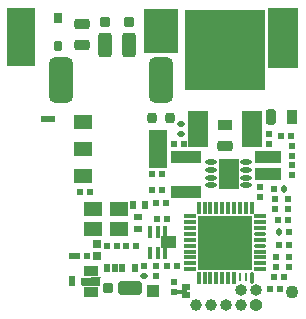
<source format=gts>
G04 Layer_Color=8388736*
%FSLAX43Y43*%
%MOMM*%
G71*
G01*
G75*
%ADD12R,3.000X3.800*%
%ADD37R,0.280X0.800*%
%ADD50R,0.500X0.900*%
%ADD51R,0.500X0.500*%
%ADD52R,0.700X0.475*%
%ADD78C,1.000*%
%ADD79O,1.000X0.950*%
%ADD80O,1.100X1.000*%
%ADD113R,2.400X5.000*%
%ADD114R,2.500X5.175*%
%ADD115R,1.250X0.625*%
%ADD116R,0.700X0.450*%
%ADD117R,0.825X0.425*%
%ADD118R,1.600X3.300*%
%ADD119R,1.600X1.300*%
%ADD120R,0.550X0.600*%
G04:AMPARAMS|DCode=121|XSize=2.1mm|YSize=3.85mm|CornerRadius=0.55mm|HoleSize=0mm|Usage=FLASHONLY|Rotation=180.000|XOffset=0mm|YOffset=0mm|HoleType=Round|Shape=RoundedRectangle|*
%AMROUNDEDRECTD121*
21,1,2.100,2.750,0,0,180.0*
21,1,1.000,3.850,0,0,180.0*
1,1,1.100,-0.500,1.375*
1,1,1.100,0.500,1.375*
1,1,1.100,0.500,-1.375*
1,1,1.100,-0.500,-1.375*
%
%ADD121ROUNDEDRECTD121*%
%ADD122R,1.790X2.540*%
%ADD123O,0.990X0.440*%
%ADD124R,1.100X1.100*%
G04:AMPARAMS|DCode=125|XSize=0.9mm|YSize=0.9mm|CornerRadius=0.25mm|HoleSize=0mm|Usage=FLASHONLY|Rotation=90.000|XOffset=0mm|YOffset=0mm|HoleType=Round|Shape=RoundedRectangle|*
%AMROUNDEDRECTD125*
21,1,0.900,0.400,0,0,90.0*
21,1,0.400,0.900,0,0,90.0*
1,1,0.500,0.200,0.200*
1,1,0.500,0.200,-0.200*
1,1,0.500,-0.200,-0.200*
1,1,0.500,-0.200,0.200*
%
%ADD125ROUNDEDRECTD125*%
G04:AMPARAMS|DCode=126|XSize=1.2mm|YSize=2.1mm|CornerRadius=0.325mm|HoleSize=0mm|Usage=FLASHONLY|Rotation=90.000|XOffset=0mm|YOffset=0mm|HoleType=Round|Shape=RoundedRectangle|*
%AMROUNDEDRECTD126*
21,1,1.200,1.450,0,0,90.0*
21,1,0.550,2.100,0,0,90.0*
1,1,0.650,0.725,0.275*
1,1,0.650,0.725,-0.275*
1,1,0.650,-0.725,-0.275*
1,1,0.650,-0.725,0.275*
%
%ADD126ROUNDEDRECTD126*%
%ADD127R,1.294X0.887*%
G04:AMPARAMS|DCode=128|XSize=1.2mm|YSize=2.1mm|CornerRadius=0.325mm|HoleSize=0mm|Usage=FLASHONLY|Rotation=0.000|XOffset=0mm|YOffset=0mm|HoleType=Round|Shape=RoundedRectangle|*
%AMROUNDEDRECTD128*
21,1,1.200,1.450,0,0,0.0*
21,1,0.550,2.100,0,0,0.0*
1,1,0.650,0.275,-0.725*
1,1,0.650,-0.275,-0.725*
1,1,0.650,-0.275,0.725*
1,1,0.650,0.275,0.725*
%
%ADD128ROUNDEDRECTD128*%
G04:AMPARAMS|DCode=129|XSize=0.9mm|YSize=0.9mm|CornerRadius=0.25mm|HoleSize=0mm|Usage=FLASHONLY|Rotation=0.000|XOffset=0mm|YOffset=0mm|HoleType=Round|Shape=RoundedRectangle|*
%AMROUNDEDRECTD129*
21,1,0.900,0.400,0,0,0.0*
21,1,0.400,0.900,0,0,0.0*
1,1,0.500,0.200,-0.200*
1,1,0.500,-0.200,-0.200*
1,1,0.500,-0.200,0.200*
1,1,0.500,0.200,0.200*
%
%ADD129ROUNDEDRECTD129*%
%ADD130R,0.600X0.550*%
%ADD131R,0.450X1.100*%
%ADD132R,0.500X0.700*%
%ADD133R,2.300X1.100*%
%ADD134R,0.650X0.900*%
G04:AMPARAMS|DCode=135|XSize=0.9mm|YSize=0.65mm|CornerRadius=0.188mm|HoleSize=0mm|Usage=FLASHONLY|Rotation=270.000|XOffset=0mm|YOffset=0mm|HoleType=Round|Shape=RoundedRectangle|*
%AMROUNDEDRECTD135*
21,1,0.900,0.275,0,0,270.0*
21,1,0.525,0.650,0,0,270.0*
1,1,0.375,-0.138,-0.263*
1,1,0.375,-0.138,0.263*
1,1,0.375,0.138,0.263*
1,1,0.375,0.138,-0.263*
%
%ADD135ROUNDEDRECTD135*%
%ADD136R,1.700X3.100*%
%ADD137R,6.810X6.810*%
%ADD138R,0.700X0.700*%
%ADD139R,0.650X0.600*%
%ADD140R,0.600X0.650*%
%ADD141R,0.600X0.700*%
%ADD142R,4.640X4.640*%
G04:AMPARAMS|DCode=143|XSize=0.42mm|YSize=0.99mm|CornerRadius=0.14mm|HoleSize=0mm|Usage=FLASHONLY|Rotation=180.000|XOffset=0mm|YOffset=0mm|HoleType=Round|Shape=RoundedRectangle|*
%AMROUNDEDRECTD143*
21,1,0.420,0.710,0,0,180.0*
21,1,0.140,0.990,0,0,180.0*
1,1,0.280,-0.070,0.355*
1,1,0.280,0.070,0.355*
1,1,0.280,0.070,-0.355*
1,1,0.280,-0.070,-0.355*
%
%ADD143ROUNDEDRECTD143*%
%ADD144R,0.420X0.990*%
%ADD145R,0.990X0.420*%
G04:AMPARAMS|DCode=146|XSize=0.42mm|YSize=0.99mm|CornerRadius=0.14mm|HoleSize=0mm|Usage=FLASHONLY|Rotation=270.000|XOffset=0mm|YOffset=0mm|HoleType=Round|Shape=RoundedRectangle|*
%AMROUNDEDRECTD146*
21,1,0.420,0.710,0,0,270.0*
21,1,0.140,0.990,0,0,270.0*
1,1,0.280,-0.355,-0.070*
1,1,0.280,-0.355,0.070*
1,1,0.280,0.355,0.070*
1,1,0.280,0.355,-0.070*
%
%ADD146ROUNDEDRECTD146*%
%ADD147R,1.500X1.300*%
%ADD148C,1.100*%
G04:AMPARAMS|DCode=149|XSize=0.6mm|YSize=0.55mm|CornerRadius=0.163mm|HoleSize=0mm|Usage=FLASHONLY|Rotation=90.000|XOffset=0mm|YOffset=0mm|HoleType=Round|Shape=RoundedRectangle|*
%AMROUNDEDRECTD149*
21,1,0.600,0.225,0,0,90.0*
21,1,0.275,0.550,0,0,90.0*
1,1,0.325,0.113,0.138*
1,1,0.325,0.113,-0.138*
1,1,0.325,-0.113,-0.138*
1,1,0.325,-0.113,0.138*
%
%ADD149ROUNDEDRECTD149*%
%ADD150R,2.589X1.091*%
G04:AMPARAMS|DCode=151|XSize=0.887mm|YSize=1.294mm|CornerRadius=0.247mm|HoleSize=0mm|Usage=FLASHONLY|Rotation=90.000|XOffset=0mm|YOffset=0mm|HoleType=Round|Shape=RoundedRectangle|*
%AMROUNDEDRECTD151*
21,1,0.887,0.800,0,0,90.0*
21,1,0.394,1.294,0,0,90.0*
1,1,0.494,0.400,0.197*
1,1,0.494,0.400,-0.197*
1,1,0.494,-0.400,-0.197*
1,1,0.494,-0.400,0.197*
%
%ADD151ROUNDEDRECTD151*%
G04:AMPARAMS|DCode=152|XSize=0.6mm|YSize=0.55mm|CornerRadius=0.163mm|HoleSize=0mm|Usage=FLASHONLY|Rotation=180.000|XOffset=0mm|YOffset=0mm|HoleType=Round|Shape=RoundedRectangle|*
%AMROUNDEDRECTD152*
21,1,0.600,0.225,0,0,180.0*
21,1,0.275,0.550,0,0,180.0*
1,1,0.325,-0.138,0.113*
1,1,0.325,0.138,0.113*
1,1,0.325,0.138,-0.113*
1,1,0.325,-0.138,-0.113*
%
%ADD152ROUNDEDRECTD152*%
%ADD153R,0.887X1.294*%
G04:AMPARAMS|DCode=154|XSize=0.887mm|YSize=1.294mm|CornerRadius=0.247mm|HoleSize=0mm|Usage=FLASHONLY|Rotation=180.000|XOffset=0mm|YOffset=0mm|HoleType=Round|Shape=RoundedRectangle|*
%AMROUNDEDRECTD154*
21,1,0.887,0.800,0,0,180.0*
21,1,0.394,1.294,0,0,180.0*
1,1,0.494,-0.197,0.400*
1,1,0.494,0.197,0.400*
1,1,0.494,0.197,-0.400*
1,1,0.494,-0.197,-0.400*
%
%ADD154ROUNDEDRECTD154*%
G04:AMPARAMS|DCode=155|XSize=0.811mm|YSize=0.887mm|CornerRadius=0.228mm|HoleSize=0mm|Usage=FLASHONLY|Rotation=0.000|XOffset=0mm|YOffset=0mm|HoleType=Round|Shape=RoundedRectangle|*
%AMROUNDEDRECTD155*
21,1,0.811,0.432,0,0,0.0*
21,1,0.356,0.887,0,0,0.0*
1,1,0.456,0.178,-0.216*
1,1,0.456,-0.178,-0.216*
1,1,0.456,-0.178,0.216*
1,1,0.456,0.178,0.216*
%
%ADD155ROUNDEDRECTD155*%
%ADD156C,0.100*%
G36*
X8075Y1875D02*
Y1175D01*
X6575D01*
X6475Y1275D01*
Y1825D01*
X8125Y1925D01*
X8075Y1875D01*
D02*
G37*
G36*
X14450Y4450D02*
X14400Y4400D01*
X14375Y4425D01*
X13200D01*
Y5450D01*
X14450D01*
Y4450D01*
D02*
G37*
D12*
X13175Y22750D02*
D03*
D37*
X20400Y1900D02*
D03*
X19900D02*
D03*
D50*
X5662Y1600D02*
D03*
D51*
Y3700D02*
D03*
D52*
X15350Y1125D02*
D03*
Y450D02*
D03*
D78*
X16220Y-470D02*
D03*
X17490D02*
D03*
X20030D02*
D03*
D79*
X18760D02*
D03*
X20030Y800D02*
D03*
X21300D02*
D03*
D80*
Y-470D02*
D03*
D113*
X1400Y22275D02*
D03*
D114*
X23550Y22163D02*
D03*
D115*
X3625Y15312D02*
D03*
D116*
X15100Y675D02*
D03*
D117*
X14488Y663D02*
D03*
D118*
X13000Y12800D02*
D03*
D119*
X6600Y10500D02*
D03*
Y12800D02*
D03*
Y15100D02*
D03*
D120*
X23125Y6800D02*
D03*
X23975D02*
D03*
X9525Y4600D02*
D03*
X8675D02*
D03*
X10250Y4600D02*
D03*
X11100D02*
D03*
X22475Y925D02*
D03*
X23325D02*
D03*
X13700Y2850D02*
D03*
X14550D02*
D03*
X13600Y8225D02*
D03*
X12750D02*
D03*
X13732Y6875D02*
D03*
X12882D02*
D03*
X22750Y1925D02*
D03*
X23600D02*
D03*
X24025Y5750D02*
D03*
X23350Y13900D02*
D03*
X24200D02*
D03*
X12475Y10625D02*
D03*
X13325D02*
D03*
X6925Y3700D02*
D03*
X6075D02*
D03*
X22800Y9425D02*
D03*
X23175Y4675D02*
D03*
X24025D02*
D03*
X7175Y9125D02*
D03*
X6325D02*
D03*
X15125Y13200D02*
D03*
X14275D02*
D03*
X12475Y9300D02*
D03*
X13325D02*
D03*
D121*
X13250Y18650D02*
D03*
X4750D02*
D03*
D122*
X18950Y10675D02*
D03*
D123*
X20425Y11650D02*
D03*
Y11000D02*
D03*
Y10350D02*
D03*
Y9700D02*
D03*
X17475D02*
D03*
Y10350D02*
D03*
Y11000D02*
D03*
Y11650D02*
D03*
D124*
X12500Y750D02*
D03*
D125*
X8700Y1000D02*
D03*
D126*
X10600D02*
D03*
D127*
X7250Y636D02*
D03*
Y2414D02*
D03*
X18625Y14789D02*
D03*
D128*
X10500Y21600D02*
D03*
X8500D02*
D03*
D129*
X10500Y23500D02*
D03*
X8500D02*
D03*
D130*
X24275Y10550D02*
D03*
Y11400D02*
D03*
X22875Y7675D02*
D03*
Y8525D02*
D03*
X21575Y8750D02*
D03*
Y9600D02*
D03*
X22400Y13225D02*
D03*
Y14075D02*
D03*
X23950Y7700D02*
D03*
Y8550D02*
D03*
X14325Y1525D02*
D03*
Y675D02*
D03*
X12825Y2050D02*
D03*
Y2900D02*
D03*
X24025Y3650D02*
D03*
Y2800D02*
D03*
X11775Y2850D02*
D03*
X22975Y2800D02*
D03*
Y3650D02*
D03*
X24275Y12175D02*
D03*
Y13025D02*
D03*
D131*
X12275Y5750D02*
D03*
X12925D02*
D03*
X12275Y3950D02*
D03*
X12925D02*
D03*
X13575D02*
D03*
Y5750D02*
D03*
D132*
X9325Y2675D02*
D03*
X8625D02*
D03*
D133*
X22275Y12100D02*
D03*
Y10700D02*
D03*
D134*
X4525Y23875D02*
D03*
D135*
Y21525D02*
D03*
D136*
X16345Y14500D02*
D03*
X20905D02*
D03*
D137*
X18625Y21150D02*
D03*
D138*
X7800Y3700D02*
D03*
Y4700D02*
D03*
D139*
X11225Y6025D02*
D03*
Y7025D02*
D03*
D140*
X11875Y8075D02*
D03*
X10875D02*
D03*
D141*
X9950Y2675D02*
D03*
X11050D02*
D03*
D142*
X18650Y4850D02*
D03*
D143*
X20900Y1875D02*
D03*
D144*
X19400D02*
D03*
X18900D02*
D03*
X18400D02*
D03*
X17900D02*
D03*
X17400D02*
D03*
X16900D02*
D03*
X16400D02*
D03*
Y7825D02*
D03*
X16900D02*
D03*
X17400D02*
D03*
X17900D02*
D03*
X18400D02*
D03*
X18900D02*
D03*
X19400D02*
D03*
X19900D02*
D03*
X20400D02*
D03*
X20900D02*
D03*
D145*
X15675Y2600D02*
D03*
Y3100D02*
D03*
Y3600D02*
D03*
Y4100D02*
D03*
Y4600D02*
D03*
Y5100D02*
D03*
Y5600D02*
D03*
Y6100D02*
D03*
Y6600D02*
D03*
Y7100D02*
D03*
X21625D02*
D03*
Y6600D02*
D03*
Y6100D02*
D03*
Y5100D02*
D03*
Y4100D02*
D03*
Y3600D02*
D03*
Y3100D02*
D03*
Y2600D02*
D03*
D146*
Y5600D02*
D03*
Y4600D02*
D03*
D147*
X7445Y6025D02*
D03*
X9645D02*
D03*
Y7725D02*
D03*
X7445D02*
D03*
D148*
X24300Y700D02*
D03*
D149*
X23175Y5750D02*
D03*
X23650Y9425D02*
D03*
D150*
X15325Y9126D02*
D03*
Y12124D02*
D03*
D151*
X6525Y21586D02*
D03*
Y23364D02*
D03*
X18625Y13011D02*
D03*
D152*
X11775Y2000D02*
D03*
X14875Y14900D02*
D03*
Y14050D02*
D03*
D153*
X24264Y15450D02*
D03*
D154*
X22486D02*
D03*
D155*
X12451Y15400D02*
D03*
X13949D02*
D03*
D156*
X18760Y800D02*
D03*
X16220D02*
D03*
X17490D02*
D03*
M02*

</source>
